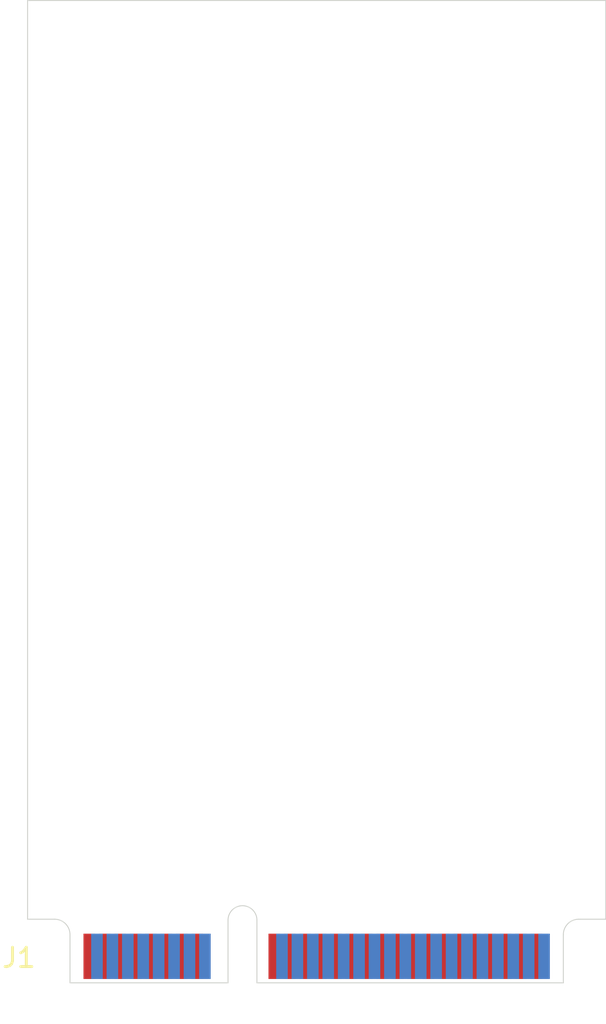
<source format=kicad_pcb>
(kicad_pcb (version 20171130) (host pcbnew 5.1.9)

  (general
    (thickness 1.6)
    (drawings 0)
    (tracks 0)
    (zones 0)
    (modules 1)
    (nets 53)
  )

  (page A4)
  (layers
    (0 F.Cu signal)
    (31 B.Cu signal)
    (32 B.Adhes user)
    (33 F.Adhes user)
    (34 B.Paste user)
    (35 F.Paste user)
    (36 B.SilkS user)
    (37 F.SilkS user)
    (38 B.Mask user)
    (39 F.Mask user)
    (40 Dwgs.User user)
    (41 Cmts.User user)
    (42 Eco1.User user)
    (43 Eco2.User user)
    (44 Edge.Cuts user)
    (45 Margin user)
    (46 B.CrtYd user)
    (47 F.CrtYd user)
    (48 B.Fab user)
    (49 F.Fab user)
  )

  (setup
    (last_trace_width 0.25)
    (trace_clearance 0.2)
    (zone_clearance 0.508)
    (zone_45_only no)
    (trace_min 0.2)
    (via_size 0.8)
    (via_drill 0.4)
    (via_min_size 0.4)
    (via_min_drill 0.3)
    (uvia_size 0.3)
    (uvia_drill 0.1)
    (uvias_allowed no)
    (uvia_min_size 0.2)
    (uvia_min_drill 0.1)
    (edge_width 0.05)
    (segment_width 0.2)
    (pcb_text_width 0.3)
    (pcb_text_size 1.5 1.5)
    (mod_edge_width 0.12)
    (mod_text_size 1 1)
    (mod_text_width 0.15)
    (pad_size 1.524 1.524)
    (pad_drill 0.762)
    (pad_to_mask_clearance 0)
    (aux_axis_origin 0 0)
    (visible_elements FFFFFF7F)
    (pcbplotparams
      (layerselection 0x010fc_ffffffff)
      (usegerberextensions false)
      (usegerberattributes true)
      (usegerberadvancedattributes true)
      (creategerberjobfile true)
      (excludeedgelayer true)
      (linewidth 0.100000)
      (plotframeref false)
      (viasonmask false)
      (mode 1)
      (useauxorigin false)
      (hpglpennumber 1)
      (hpglpenspeed 20)
      (hpglpendiameter 15.000000)
      (psnegative false)
      (psa4output false)
      (plotreference true)
      (plotvalue true)
      (plotinvisibletext false)
      (padsonsilk false)
      (subtractmaskfromsilk false)
      (outputformat 1)
      (mirror false)
      (drillshape 1)
      (scaleselection 1)
      (outputdirectory ""))
  )

  (net 0 "")
  (net 1 "Net-(J1-Pad2)")
  (net 2 "Net-(J1-Pad4)")
  (net 3 "Net-(J1-Pad6)")
  (net 4 "Net-(J1-Pad8)")
  (net 5 "Net-(J1-Pad10)")
  (net 6 "Net-(J1-Pad12)")
  (net 7 "Net-(J1-Pad14)")
  (net 8 "Net-(J1-Pad16)")
  (net 9 "Net-(J1-Pad52)")
  (net 10 "Net-(J1-Pad50)")
  (net 11 "Net-(J1-Pad48)")
  (net 12 "Net-(J1-Pad46)")
  (net 13 "Net-(J1-Pad44)")
  (net 14 "Net-(J1-Pad42)")
  (net 15 "Net-(J1-Pad40)")
  (net 16 "Net-(J1-Pad38)")
  (net 17 "Net-(J1-Pad36)")
  (net 18 "Net-(J1-Pad34)")
  (net 19 "Net-(J1-Pad32)")
  (net 20 "Net-(J1-Pad30)")
  (net 21 "Net-(J1-Pad28)")
  (net 22 "Net-(J1-Pad26)")
  (net 23 "Net-(J1-Pad24)")
  (net 24 "Net-(J1-Pad22)")
  (net 25 "Net-(J1-Pad20)")
  (net 26 "Net-(J1-Pad18)")
  (net 27 "Net-(J1-Pad17)")
  (net 28 "Net-(J1-Pad1)")
  (net 29 "Net-(J1-Pad3)")
  (net 30 "Net-(J1-Pad5)")
  (net 31 "Net-(J1-Pad7)")
  (net 32 "Net-(J1-Pad9)")
  (net 33 "Net-(J1-Pad11)")
  (net 34 "Net-(J1-Pad13)")
  (net 35 "Net-(J1-Pad51)")
  (net 36 "Net-(J1-Pad49)")
  (net 37 "Net-(J1-Pad47)")
  (net 38 "Net-(J1-Pad45)")
  (net 39 "Net-(J1-Pad43)")
  (net 40 "Net-(J1-Pad41)")
  (net 41 "Net-(J1-Pad39)")
  (net 42 "Net-(J1-Pad37)")
  (net 43 "Net-(J1-Pad35)")
  (net 44 "Net-(J1-Pad33)")
  (net 45 "Net-(J1-Pad31)")
  (net 46 "Net-(J1-Pad29)")
  (net 47 "Net-(J1-Pad27)")
  (net 48 "Net-(J1-Pad25)")
  (net 49 "Net-(J1-Pad23)")
  (net 50 "Net-(J1-Pad21)")
  (net 51 "Net-(J1-Pad19)")
  (net 52 "Net-(J1-Pad15)")

  (net_class Default "This is the default net class."
    (clearance 0.2)
    (trace_width 0.25)
    (via_dia 0.8)
    (via_drill 0.4)
    (uvia_dia 0.3)
    (uvia_drill 0.1)
    (add_net "Net-(J1-Pad1)")
    (add_net "Net-(J1-Pad10)")
    (add_net "Net-(J1-Pad11)")
    (add_net "Net-(J1-Pad12)")
    (add_net "Net-(J1-Pad13)")
    (add_net "Net-(J1-Pad14)")
    (add_net "Net-(J1-Pad15)")
    (add_net "Net-(J1-Pad16)")
    (add_net "Net-(J1-Pad17)")
    (add_net "Net-(J1-Pad18)")
    (add_net "Net-(J1-Pad19)")
    (add_net "Net-(J1-Pad2)")
    (add_net "Net-(J1-Pad20)")
    (add_net "Net-(J1-Pad21)")
    (add_net "Net-(J1-Pad22)")
    (add_net "Net-(J1-Pad23)")
    (add_net "Net-(J1-Pad24)")
    (add_net "Net-(J1-Pad25)")
    (add_net "Net-(J1-Pad26)")
    (add_net "Net-(J1-Pad27)")
    (add_net "Net-(J1-Pad28)")
    (add_net "Net-(J1-Pad29)")
    (add_net "Net-(J1-Pad3)")
    (add_net "Net-(J1-Pad30)")
    (add_net "Net-(J1-Pad31)")
    (add_net "Net-(J1-Pad32)")
    (add_net "Net-(J1-Pad33)")
    (add_net "Net-(J1-Pad34)")
    (add_net "Net-(J1-Pad35)")
    (add_net "Net-(J1-Pad36)")
    (add_net "Net-(J1-Pad37)")
    (add_net "Net-(J1-Pad38)")
    (add_net "Net-(J1-Pad39)")
    (add_net "Net-(J1-Pad4)")
    (add_net "Net-(J1-Pad40)")
    (add_net "Net-(J1-Pad41)")
    (add_net "Net-(J1-Pad42)")
    (add_net "Net-(J1-Pad43)")
    (add_net "Net-(J1-Pad44)")
    (add_net "Net-(J1-Pad45)")
    (add_net "Net-(J1-Pad46)")
    (add_net "Net-(J1-Pad47)")
    (add_net "Net-(J1-Pad48)")
    (add_net "Net-(J1-Pad49)")
    (add_net "Net-(J1-Pad5)")
    (add_net "Net-(J1-Pad50)")
    (add_net "Net-(J1-Pad51)")
    (add_net "Net-(J1-Pad52)")
    (add_net "Net-(J1-Pad6)")
    (add_net "Net-(J1-Pad7)")
    (add_net "Net-(J1-Pad8)")
    (add_net "Net-(J1-Pad9)")
  )

  (module mpcie:mini-PCIe_F1_Full (layer F.Cu) (tedit 603A75E5) (tstamp 603AE3D8)
    (at 138.176 125.222)
    (path /603A78C6)
    (fp_text reference J1 (at -11.6 -1.3) (layer F.SilkS)
      (effects (font (size 1 1) (thickness 0.15)))
    )
    (fp_text value miniPCIe (at 3.9 1.3) (layer F.Fab)
      (effects (font (size 1 1) (thickness 0.15)))
    )
    (fp_arc (start 17.45 -2.5) (end 16.65 -2.5) (angle 90) (layer Edge.Cuts) (width 0.05))
    (fp_arc (start -9.75 -2.5) (end -8.95 -2.5) (angle -90) (layer Edge.Cuts) (width 0.05))
    (fp_arc (start 0 -3.25) (end 0.75 -3.25) (angle -180) (layer Edge.Cuts) (width 0.05))
    (fp_line (start 0.75 -3.3) (end 0.75 -4.2) (layer F.CrtYd) (width 0.05))
    (fp_line (start 18.85 -45.15) (end 18.85 -50.95) (layer F.CrtYd) (width 0.05))
    (fp_line (start 13.05 -50.95) (end 18.85 -50.95) (layer F.CrtYd) (width 0.05))
    (fp_line (start 13.05 -45.15) (end 13.05 -50.95) (layer F.CrtYd) (width 0.05))
    (fp_line (start 13.05 -45.15) (end 18.85 -45.15) (layer F.CrtYd) (width 0.05))
    (fp_line (start -11.15 -45.15) (end -5.35 -45.15) (layer F.CrtYd) (width 0.05))
    (fp_line (start -11.15 -45.15) (end -11.15 -50.95) (layer F.CrtYd) (width 0.05))
    (fp_line (start -11.15 -50.95) (end -5.35 -50.95) (layer F.CrtYd) (width 0.05))
    (fp_line (start -5.35 -45.15) (end -5.35 -50.95) (layer F.CrtYd) (width 0.05))
    (fp_line (start 18.85 -45.15) (end 18.85 -50.95) (layer B.CrtYd) (width 0.05))
    (fp_line (start 13.05 -45.15) (end 13.05 -50.95) (layer B.CrtYd) (width 0.05))
    (fp_line (start 13.05 -45.15) (end 18.85 -45.15) (layer B.CrtYd) (width 0.05))
    (fp_line (start 13.05 -50.95) (end 18.85 -50.95) (layer B.CrtYd) (width 0.05))
    (fp_line (start -5.35 -45.15) (end -5.35 -50.95) (layer B.CrtYd) (width 0.05))
    (fp_line (start -11.15 -45.15) (end -11.15 -50.95) (layer B.CrtYd) (width 0.05))
    (fp_line (start -11.15 -45.15) (end -5.35 -45.15) (layer B.CrtYd) (width 0.05))
    (fp_line (start -0.75 0) (end -0.75 -3.25) (layer Edge.Cuts) (width 0.05))
    (fp_line (start 0.75 0) (end 16.65 0) (layer Edge.Cuts) (width 0.05))
    (fp_line (start -11.15 -3.3) (end -11.15 -50.95) (layer Edge.Cuts) (width 0.05))
    (fp_line (start 18.85 -3.3) (end 18.85 -50.95) (layer Edge.Cuts) (width 0.05))
    (fp_line (start -11.15 -50.95) (end 18.85 -50.95) (layer Edge.Cuts) (width 0.05))
    (fp_line (start -0.75 0) (end -8.95 0) (layer Edge.Cuts) (width 0.05))
    (fp_line (start 17.45 -3.3) (end 18.85 -3.3) (layer Edge.Cuts) (width 0.05))
    (fp_line (start 16.65 0) (end 16.65 -2.5) (layer Edge.Cuts) (width 0.05))
    (fp_line (start -11.15 -3.3) (end -9.75 -3.3) (layer Edge.Cuts) (width 0.05))
    (fp_line (start -8.95 0) (end -8.95 -2.5) (layer Edge.Cuts) (width 0.05))
    (fp_line (start 0.75 0) (end 0.75 -3.25) (layer Edge.Cuts) (width 0.05))
    (fp_line (start -11.15 -50.95) (end -5.35 -50.95) (layer B.CrtYd) (width 0.05))
    (fp_line (start -11.15 -3.3) (end -0.75 -3.3) (layer F.CrtYd) (width 0.05))
    (fp_line (start 0.75 -3.3) (end 18.85 -3.3) (layer F.CrtYd) (width 0.05))
    (fp_line (start -0.75 -3.3) (end -0.75 -4.2) (layer F.CrtYd) (width 0.05))
    (fp_line (start -0.75 -4.2) (end 0.75 -4.2) (layer F.CrtYd) (width 0.05))
    (fp_line (start -11.15 -5.1) (end 18.85 -5.1) (layer B.CrtYd) (width 0.05))
    (pad 2 smd rect (at -7.55 -1.375) (size 0.6 2.35) (layers B.Cu B.Mask)
      (net 1 "Net-(J1-Pad2)"))
    (pad 4 smd rect (at -6.75 -1.375) (size 0.6 2.35) (layers B.Cu B.Mask)
      (net 2 "Net-(J1-Pad4)"))
    (pad 6 smd rect (at -5.95 -1.375) (size 0.6 2.35) (layers B.Cu B.Mask)
      (net 3 "Net-(J1-Pad6)"))
    (pad 8 smd rect (at -5.15 -1.375) (size 0.6 2.35) (layers B.Cu B.Mask)
      (net 4 "Net-(J1-Pad8)"))
    (pad 10 smd rect (at -4.35 -1.375) (size 0.6 2.35) (layers B.Cu B.Mask)
      (net 5 "Net-(J1-Pad10)"))
    (pad 12 smd rect (at -3.55 -1.375) (size 0.6 2.35) (layers B.Cu B.Mask)
      (net 6 "Net-(J1-Pad12)"))
    (pad 14 smd rect (at -2.75 -1.375) (size 0.6 2.35) (layers B.Cu B.Mask)
      (net 7 "Net-(J1-Pad14)"))
    (pad 16 smd rect (at -1.95 -1.375) (size 0.6 2.35) (layers B.Cu B.Mask)
      (net 8 "Net-(J1-Pad16)"))
    (pad 52 smd rect (at 15.65 -1.375) (size 0.6 2.35) (layers B.Cu B.Mask)
      (net 9 "Net-(J1-Pad52)"))
    (pad 50 smd rect (at 14.85 -1.375) (size 0.6 2.35) (layers B.Cu B.Mask)
      (net 10 "Net-(J1-Pad50)"))
    (pad 48 smd rect (at 14.05 -1.375) (size 0.6 2.35) (layers B.Cu B.Mask)
      (net 11 "Net-(J1-Pad48)"))
    (pad 46 smd rect (at 13.25 -1.375) (size 0.6 2.35) (layers B.Cu B.Mask)
      (net 12 "Net-(J1-Pad46)"))
    (pad 44 smd rect (at 12.45 -1.375) (size 0.6 2.35) (layers B.Cu B.Mask)
      (net 13 "Net-(J1-Pad44)"))
    (pad 42 smd rect (at 11.65 -1.375) (size 0.6 2.35) (layers B.Cu B.Mask)
      (net 14 "Net-(J1-Pad42)"))
    (pad 40 smd rect (at 10.85 -1.375) (size 0.6 2.35) (layers B.Cu B.Mask)
      (net 15 "Net-(J1-Pad40)"))
    (pad 38 smd rect (at 10.05 -1.375) (size 0.6 2.35) (layers B.Cu B.Mask)
      (net 16 "Net-(J1-Pad38)"))
    (pad 36 smd rect (at 9.25 -1.375) (size 0.6 2.35) (layers B.Cu B.Mask)
      (net 17 "Net-(J1-Pad36)"))
    (pad 34 smd rect (at 8.45 -1.375) (size 0.6 2.35) (layers B.Cu B.Mask)
      (net 18 "Net-(J1-Pad34)"))
    (pad 32 smd rect (at 7.65 -1.375) (size 0.6 2.35) (layers B.Cu B.Mask)
      (net 19 "Net-(J1-Pad32)"))
    (pad 30 smd rect (at 6.85 -1.375) (size 0.6 2.35) (layers B.Cu B.Mask)
      (net 20 "Net-(J1-Pad30)"))
    (pad 28 smd rect (at 6.05 -1.375) (size 0.6 2.35) (layers B.Cu B.Mask)
      (net 21 "Net-(J1-Pad28)"))
    (pad 26 smd rect (at 5.25 -1.375) (size 0.6 2.35) (layers B.Cu B.Mask)
      (net 22 "Net-(J1-Pad26)"))
    (pad 24 smd rect (at 4.45 -1.375) (size 0.6 2.35) (layers B.Cu B.Mask)
      (net 23 "Net-(J1-Pad24)"))
    (pad 22 smd rect (at 3.65 -1.375) (size 0.6 2.35) (layers B.Cu B.Mask)
      (net 24 "Net-(J1-Pad22)"))
    (pad 20 smd rect (at 2.85 -1.375) (size 0.6 2.35) (layers B.Cu B.Mask)
      (net 25 "Net-(J1-Pad20)"))
    (pad 18 smd rect (at 2.05 -1.375) (size 0.6 2.35) (layers B.Cu B.Mask)
      (net 26 "Net-(J1-Pad18)"))
    (pad 17 smd rect (at 1.65 -1.375) (size 0.6 2.35) (layers F.Cu F.Mask)
      (net 27 "Net-(J1-Pad17)"))
    (pad 1 smd rect (at -7.95 -1.375) (size 0.6 2.35) (layers F.Cu F.Mask)
      (net 28 "Net-(J1-Pad1)"))
    (pad 3 smd rect (at -7.15 -1.375) (size 0.6 2.35) (layers F.Cu F.Mask)
      (net 29 "Net-(J1-Pad3)"))
    (pad 5 smd rect (at -6.35 -1.375) (size 0.6 2.35) (layers F.Cu F.Mask)
      (net 30 "Net-(J1-Pad5)"))
    (pad 7 smd rect (at -5.55 -1.375) (size 0.6 2.35) (layers F.Cu F.Mask)
      (net 31 "Net-(J1-Pad7)"))
    (pad 9 smd rect (at -4.75 -1.375) (size 0.6 2.35) (layers F.Cu F.Mask)
      (net 32 "Net-(J1-Pad9)"))
    (pad 11 smd rect (at -3.95 -1.375) (size 0.6 2.35) (layers F.Cu F.Mask)
      (net 33 "Net-(J1-Pad11)"))
    (pad 13 smd rect (at -3.15 -1.375) (size 0.6 2.35) (layers F.Cu F.Mask)
      (net 34 "Net-(J1-Pad13)"))
    (pad 51 smd rect (at 15.25 -1.375) (size 0.6 2.35) (layers F.Cu F.Mask)
      (net 35 "Net-(J1-Pad51)"))
    (pad 49 smd rect (at 14.45 -1.375) (size 0.6 2.35) (layers F.Cu F.Mask)
      (net 36 "Net-(J1-Pad49)"))
    (pad 47 smd rect (at 13.65 -1.375) (size 0.6 2.35) (layers F.Cu F.Mask)
      (net 37 "Net-(J1-Pad47)"))
    (pad 45 smd rect (at 12.85 -1.375) (size 0.6 2.35) (layers F.Cu F.Mask)
      (net 38 "Net-(J1-Pad45)"))
    (pad 43 smd rect (at 12.05 -1.375) (size 0.6 2.35) (layers F.Cu F.Mask)
      (net 39 "Net-(J1-Pad43)"))
    (pad 41 smd rect (at 11.25 -1.375) (size 0.6 2.35) (layers F.Cu F.Mask)
      (net 40 "Net-(J1-Pad41)"))
    (pad 39 smd rect (at 10.45 -1.375) (size 0.6 2.35) (layers F.Cu F.Mask)
      (net 41 "Net-(J1-Pad39)"))
    (pad 37 smd rect (at 9.65 -1.375) (size 0.6 2.35) (layers F.Cu F.Mask)
      (net 42 "Net-(J1-Pad37)"))
    (pad 35 smd rect (at 8.85 -1.375) (size 0.6 2.35) (layers F.Cu F.Mask)
      (net 43 "Net-(J1-Pad35)"))
    (pad 33 smd rect (at 8.05 -1.375) (size 0.6 2.35) (layers F.Cu F.Mask)
      (net 44 "Net-(J1-Pad33)"))
    (pad 31 smd rect (at 7.25 -1.375) (size 0.6 2.35) (layers F.Cu F.Mask)
      (net 45 "Net-(J1-Pad31)"))
    (pad 29 smd rect (at 6.45 -1.375) (size 0.6 2.35) (layers F.Cu F.Mask)
      (net 46 "Net-(J1-Pad29)"))
    (pad 27 smd rect (at 5.65 -1.375) (size 0.6 2.35) (layers F.Cu F.Mask)
      (net 47 "Net-(J1-Pad27)"))
    (pad 25 smd rect (at 4.85 -1.375) (size 0.6 2.35) (layers F.Cu F.Mask)
      (net 48 "Net-(J1-Pad25)"))
    (pad 23 smd rect (at 4.05 -1.375) (size 0.6 2.35) (layers F.Cu F.Mask)
      (net 49 "Net-(J1-Pad23)"))
    (pad 21 smd rect (at 3.25 -1.375) (size 0.6 2.35) (layers F.Cu F.Mask)
      (net 50 "Net-(J1-Pad21)"))
    (pad 19 smd rect (at 2.45 -1.375) (size 0.6 2.35) (layers F.Cu F.Mask)
      (net 51 "Net-(J1-Pad19)"))
    (pad 15 smd rect (at -2.35 -1.375) (size 0.6 2.35) (layers F.Cu F.Mask)
      (net 52 "Net-(J1-Pad15)"))
    (pad "" np_thru_hole circle (at 15.95 -48.05) (size 2.6 2.6) (drill 2.6) (layers *.Cu *.Mask))
    (pad "" np_thru_hole circle (at -8.25 -48.05) (size 2.6 2.6) (drill 2.6) (layers *.Cu *.Mask))
  )

)

</source>
